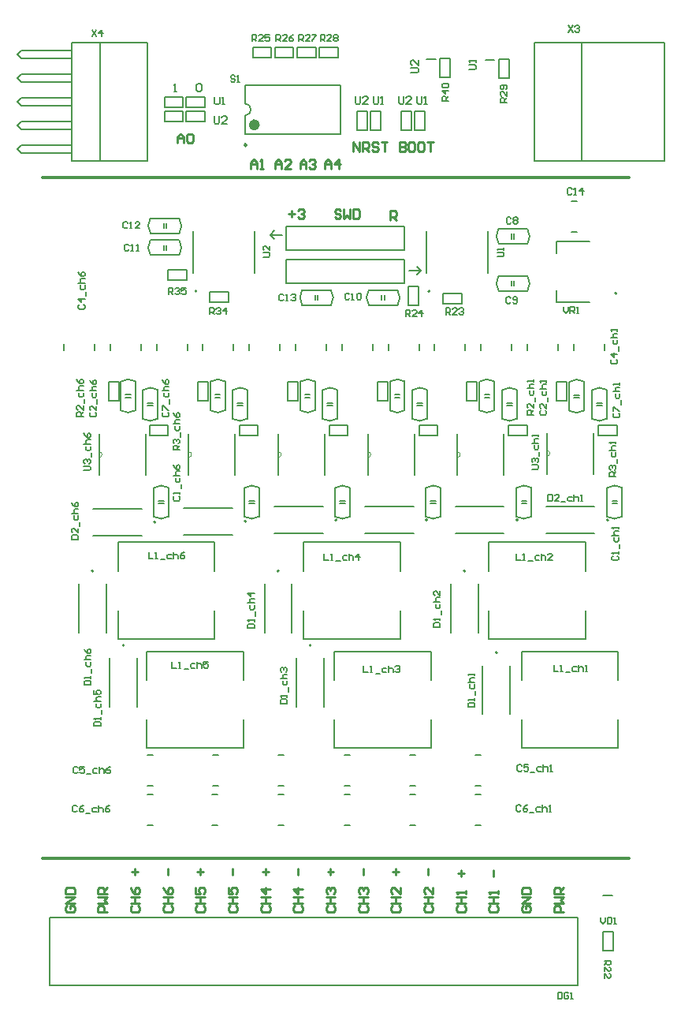
<source format=gto>
G04*
G04 #@! TF.GenerationSoftware,Altium Limited,Altium Designer,20.0.13 (296)*
G04*
G04 Layer_Color=65535*
%FSLAX44Y44*%
%MOMM*%
G71*
G01*
G75*
%ADD10C,0.1500*%
%ADD11C,0.0000*%
%ADD12C,0.2000*%
%ADD13C,0.6000*%
%ADD14C,0.2500*%
%ADD15C,0.1270*%
%ADD16C,0.3000*%
%ADD17C,0.1524*%
%ADD18C,0.2540*%
D10*
X116046Y838012D02*
G03*
X116150Y822100I12168J-7877D01*
G01*
X147155Y821988D02*
G03*
X147050Y837900I-12168J7877D01*
G01*
X279046Y784512D02*
G03*
X279150Y768600I12168J-7877D01*
G01*
X310154Y768487D02*
G03*
X310050Y784400I-12168J7877D01*
G01*
X521204Y783737D02*
G03*
X521100Y799650I-12168J7877D01*
G01*
X490095Y799762D02*
G03*
X490200Y783850I12168J-7877D01*
G01*
X116046Y861513D02*
G03*
X116150Y845600I12168J-7877D01*
G01*
X147155Y845488D02*
G03*
X147050Y861400I-12168J7877D01*
G01*
X135763Y572454D02*
G03*
X119850Y572350I-7877J-12168D01*
G01*
X119738Y541345D02*
G03*
X135650Y541450I7877J12168D01*
G01*
X582012Y686205D02*
G03*
X566100Y686100I-7877J-12168D01*
G01*
X565988Y655095D02*
G03*
X581900Y655200I7877J12168D01*
G01*
X606512Y677455D02*
G03*
X590600Y677350I-7877J-12168D01*
G01*
X590487Y646345D02*
G03*
X606400Y646450I7877J12168D01*
G01*
X622762Y572454D02*
G03*
X606850Y572350I-7877J-12168D01*
G01*
X606737Y541345D02*
G03*
X622650Y541450I7877J12168D01*
G01*
X124012Y677455D02*
G03*
X108100Y677350I-7877J-12168D01*
G01*
X107987Y646345D02*
G03*
X123900Y646450I7877J12168D01*
G01*
X100262Y686454D02*
G03*
X84350Y686350I-7877J-12168D01*
G01*
X84237Y655345D02*
G03*
X100150Y655450I7877J12168D01*
G01*
X381704Y768487D02*
G03*
X381600Y784400I-12168J7877D01*
G01*
X350595Y784512D02*
G03*
X350700Y768600I12168J-7877D01*
G01*
X521204Y834238D02*
G03*
X521100Y850150I-12168J7877D01*
G01*
X490095Y850263D02*
G03*
X490200Y834350I12168J-7877D01*
G01*
X204487Y646345D02*
G03*
X220400Y646450I7877J12168D01*
G01*
X220513Y677455D02*
G03*
X204600Y677350I-7877J-12168D01*
G01*
X300987Y646345D02*
G03*
X316900Y646450I7877J12168D01*
G01*
X317013Y677455D02*
G03*
X301100Y677350I-7877J-12168D01*
G01*
X397487Y646345D02*
G03*
X413400Y646450I7877J12168D01*
G01*
X413512Y677455D02*
G03*
X397600Y677350I-7877J-12168D01*
G01*
X493987Y646345D02*
G03*
X509900Y646450I7877J12168D01*
G01*
X510013Y677455D02*
G03*
X494100Y677350I-7877J-12168D01*
G01*
X180588Y655346D02*
G03*
X196500Y655450I7877J12168D01*
G01*
X196612Y686454D02*
G03*
X180700Y686350I-7877J-12168D01*
G01*
X276938Y655345D02*
G03*
X292850Y655450I7877J12168D01*
G01*
X292962Y686454D02*
G03*
X277050Y686350I-7877J-12168D01*
G01*
X373288Y655346D02*
G03*
X389200Y655450I7877J12168D01*
G01*
X389313Y686454D02*
G03*
X373400Y686350I-7877J-12168D01*
G01*
X469637Y655345D02*
G03*
X485550Y655450I7877J12168D01*
G01*
X485662Y686454D02*
G03*
X469750Y686350I-7877J-12168D01*
G01*
X217138Y541345D02*
G03*
X233050Y541450I7877J12168D01*
G01*
X233162Y572454D02*
G03*
X217250Y572350I-7877J-12168D01*
G01*
X314537Y541345D02*
G03*
X330450Y541450I7877J12168D01*
G01*
X330563Y572454D02*
G03*
X314650Y572350I-7877J-12168D01*
G01*
X411937Y541345D02*
G03*
X427850Y541450I7877J12168D01*
G01*
X427962Y572454D02*
G03*
X412050Y572350I-7877J-12168D01*
G01*
X509337Y541345D02*
G03*
X525250Y541450I7877J12168D01*
G01*
X525363Y572454D02*
G03*
X509450Y572350I-7877J-12168D01*
G01*
X130350Y827300D02*
Y832600D01*
X133150Y827300D02*
Y832600D01*
X116250Y822000D02*
X147000D01*
X116250Y838000D02*
X147000D01*
X293350Y773800D02*
Y779100D01*
X296150Y773800D02*
Y779100D01*
X279250Y768500D02*
X310000D01*
X279250Y784500D02*
X310000D01*
X506900Y789150D02*
Y794450D01*
X504100Y789150D02*
Y794450D01*
X490250Y799750D02*
X521000D01*
X490250Y783750D02*
X521000D01*
X130350Y850800D02*
Y856100D01*
X133150Y850800D02*
Y856100D01*
X116250Y845500D02*
X147000D01*
X116250Y861500D02*
X147000D01*
X125050Y558150D02*
X130350D01*
X125050Y555350D02*
X130350D01*
X119750Y541500D02*
Y572250D01*
X135750Y541500D02*
Y572250D01*
X571300Y671900D02*
X576600D01*
X571300Y669100D02*
X576600D01*
X566000Y655250D02*
Y686000D01*
X582000Y655250D02*
Y686000D01*
X595800Y663150D02*
X601100D01*
X595800Y660350D02*
X601100D01*
X590500Y646500D02*
Y677250D01*
X606500Y646500D02*
Y677250D01*
X612050Y558150D02*
X617350D01*
X612050Y555350D02*
X617350D01*
X606750Y541500D02*
Y572250D01*
X622750Y541500D02*
Y572250D01*
X113300Y663150D02*
X118600D01*
X113300Y660350D02*
X118600D01*
X108000Y646500D02*
Y677250D01*
X124000Y646500D02*
Y677250D01*
X89550Y672150D02*
X94850D01*
X89550Y669350D02*
X94850D01*
X84250Y655500D02*
Y686250D01*
X100250Y655500D02*
Y686250D01*
X367400Y773900D02*
Y779200D01*
X364600Y773900D02*
Y779200D01*
X350750Y784500D02*
X381500D01*
X350750Y768500D02*
X381500D01*
X506900Y839650D02*
Y844950D01*
X504100Y839650D02*
Y844950D01*
X490250Y850250D02*
X521000D01*
X490250Y834250D02*
X521000D01*
X220500Y646500D02*
Y677250D01*
X204500Y646500D02*
Y677250D01*
X209800Y660350D02*
X215100D01*
X209800Y663150D02*
X215100D01*
X317000Y646500D02*
Y677250D01*
X301000Y646500D02*
Y677250D01*
X306300Y660350D02*
X311600D01*
X306300Y663150D02*
X311600D01*
X413500Y646500D02*
Y677250D01*
X397500Y646500D02*
Y677250D01*
X402800Y660350D02*
X408100D01*
X402800Y663150D02*
X408100D01*
X510000Y646500D02*
Y677250D01*
X494000Y646500D02*
Y677250D01*
X499300Y660350D02*
X504600D01*
X499300Y663150D02*
X504600D01*
X196600Y655500D02*
Y686250D01*
X180600Y655500D02*
Y686250D01*
X185900Y669350D02*
X191200D01*
X185900Y672150D02*
X191200D01*
X292950Y655500D02*
Y686250D01*
X276950Y655500D02*
Y686250D01*
X282250Y669350D02*
X287550D01*
X282250Y672150D02*
X287550D01*
X389300Y655500D02*
Y686250D01*
X373300Y655500D02*
Y686250D01*
X378600Y669350D02*
X383900D01*
X378600Y672150D02*
X383900D01*
X485650Y655500D02*
Y686250D01*
X469650Y655500D02*
Y686250D01*
X474950Y669350D02*
X480250D01*
X474950Y672150D02*
X480250D01*
X233150Y541500D02*
Y572250D01*
X217150Y541500D02*
Y572250D01*
X222450Y555350D02*
X227750D01*
X222450Y558150D02*
X227750D01*
X330550Y541500D02*
Y572250D01*
X314550Y541500D02*
Y572250D01*
X319850Y555350D02*
X325150D01*
X319850Y558150D02*
X325150D01*
X427950Y541500D02*
Y572250D01*
X411950Y541500D02*
Y572250D01*
X417250Y555350D02*
X422550D01*
X417250Y558150D02*
X422550D01*
X525350Y541500D02*
Y572250D01*
X509350Y541500D02*
Y572250D01*
X514650Y555350D02*
X519950D01*
X514650Y558150D02*
X519950D01*
D11*
X542166Y606150D02*
G03*
X542166Y612246I0J3048D01*
G01*
X61050Y604900D02*
G03*
X61050Y610996I0J3048D01*
G01*
X157273Y604900D02*
G03*
X157273Y610996I0J3048D01*
G01*
X253496Y604900D02*
G03*
X253496Y610996I0J3048D01*
G01*
X349720Y604900D02*
G03*
X349720Y610996I0J3048D01*
G01*
X445943Y604900D02*
G03*
X445943Y610996I0J3048D01*
G01*
D12*
X608250Y537750D02*
G03*
X608250Y537750I-1000J0D01*
G01*
X121750Y535500D02*
G03*
X121750Y535500I-1000J0D01*
G01*
X166000Y783250D02*
G03*
X166000Y783250I-1000J0D01*
G01*
X617000Y781000D02*
G03*
X617000Y781000I-1000J0D01*
G01*
X416250Y783250D02*
G03*
X416250Y783250I-1000J0D01*
G01*
X217750Y971900D02*
G03*
X217750Y984600I0J6350D01*
G01*
X488750Y395385D02*
G03*
X488750Y395385I-1000J0D01*
G01*
X288750Y403369D02*
G03*
X288750Y403369I-1000J0D01*
G01*
X88000D02*
G03*
X88000Y403369I-1000J0D01*
G01*
X55000Y483131D02*
G03*
X55000Y483131I-1000J0D01*
G01*
X454500D02*
G03*
X454500Y483131I-1000J0D01*
G01*
X254250D02*
G03*
X254250Y483131I-1000J0D01*
G01*
X219050Y536250D02*
G03*
X219050Y536250I-1000J0D01*
G01*
X316350Y537750D02*
G03*
X316350Y537750I-1000J0D01*
G01*
X413650D02*
G03*
X413650Y537750I-1000J0D01*
G01*
X510950D02*
G03*
X510950Y537750I-1000J0D01*
G01*
X394000Y805500D02*
X406750D01*
X402500Y809750D02*
X406750Y805500D01*
X402250Y801000D02*
X406750Y805500D01*
X245000Y843750D02*
X249250Y839500D01*
X245000Y843750D02*
X249500Y848250D01*
X245000Y843750D02*
X257750D01*
X399500Y956500D02*
Y976500D01*
Y956500D02*
X410500D01*
Y976500D01*
X399500D02*
X410500D01*
X385750Y956500D02*
Y976500D01*
Y956500D02*
X396750D01*
Y976500D01*
X385750D02*
X396750D01*
X352500Y956500D02*
Y976500D01*
Y956500D02*
X363500D01*
Y976500D01*
X352500D02*
X363500D01*
X338500Y956500D02*
Y976500D01*
Y956500D02*
X349500D01*
Y976500D01*
X338500D02*
X349500D01*
X597500Y628250D02*
Y639250D01*
X617500D01*
Y628250D02*
Y639250D01*
X597500Y628250D02*
X617500D01*
X404600D02*
Y639250D01*
X424600D01*
Y628250D02*
Y639250D01*
X404600Y628250D02*
X424600D01*
X501050D02*
Y639250D01*
X521050D01*
Y628250D02*
Y639250D01*
X501050Y628250D02*
X521050D01*
X308150D02*
Y639250D01*
X328150D01*
Y628250D02*
Y639250D01*
X308150Y628250D02*
X328150D01*
X211700D02*
Y639250D01*
X231700D01*
Y628250D02*
Y639250D01*
X211700Y628250D02*
X231700D01*
X115250D02*
Y639250D01*
X135250D01*
Y628250D02*
Y639250D01*
X115250Y628250D02*
X135250D01*
X317750Y1033750D02*
Y1044750D01*
X297750Y1033750D02*
X317750D01*
X297750D02*
Y1044750D01*
X317750D01*
X293833Y1033750D02*
Y1044750D01*
X273833Y1033750D02*
X293833D01*
X273833D02*
Y1044750D01*
X293833D01*
X246000Y1033750D02*
Y1044750D01*
X226000Y1033750D02*
X246000D01*
X226000D02*
Y1044750D01*
X246000D01*
X269917Y1033750D02*
Y1044750D01*
X249917Y1033750D02*
X269917D01*
X249917D02*
Y1044750D01*
X269917D01*
X151250Y980750D02*
Y991750D01*
X131250Y980750D02*
X151250D01*
X131250D02*
Y991750D01*
X151250D01*
X174500Y980750D02*
Y991750D01*
X154500Y980750D02*
X174500D01*
X154500D02*
Y991750D01*
X174500D01*
X151250Y965750D02*
Y976750D01*
X131250Y965750D02*
X151250D01*
X131250D02*
Y976750D01*
X151250D01*
X174500Y965750D02*
Y976750D01*
X154500Y965750D02*
X174500D01*
X154500D02*
Y976750D01*
X174500D01*
X-22766Y990434D02*
X31420D01*
X-27000Y986200D02*
X-22766Y981967D01*
X31420D01*
X-27000Y986200D02*
X-22766Y990434D01*
X61900Y922700D02*
Y1049700D01*
X31420Y922700D02*
X61900D01*
X-27000Y960800D02*
X-22766Y965034D01*
X-27000Y935400D02*
X-22766Y939634D01*
X-27000Y935400D02*
X-22766Y931167D01*
Y956567D02*
X31420D01*
X-27000Y960800D02*
X-22766Y956567D01*
Y965034D02*
X31420D01*
X-22766Y939634D02*
X31420D01*
X-22766Y931167D02*
X31420D01*
Y922700D02*
Y1049700D01*
X61900Y922700D02*
X112700D01*
Y1049700D01*
X-27000Y1011600D02*
X-22766Y1015834D01*
Y1007367D02*
X31420D01*
X-27000Y1011600D02*
X-22766Y1007367D01*
Y1015834D02*
X31420D01*
X-27000Y1037000D02*
X-22766Y1041234D01*
Y1032767D02*
X31420D01*
X-27000Y1037000D02*
X-22766Y1032767D01*
Y1041234D02*
X31420D01*
Y1049700D02*
X112700D01*
X552250Y665750D02*
X563250D01*
X552250D02*
Y685750D01*
X563250D01*
Y665750D02*
Y685750D01*
X71000Y665750D02*
X82000D01*
X71000D02*
Y685750D01*
X82000D01*
Y665750D02*
Y685750D01*
X56250Y720250D02*
Y726250D01*
X23250Y720250D02*
Y726250D01*
X603750Y720250D02*
Y726250D01*
X570750Y720250D02*
Y726250D01*
X430750Y770250D02*
Y781250D01*
X450750D01*
Y770250D02*
Y781250D01*
X430750Y770250D02*
X450750D01*
X388500Y827300D02*
Y852700D01*
X261500Y827300D02*
X388500D01*
X261500Y852700D02*
X388500D01*
X261500Y827300D02*
Y852700D01*
X388750Y791800D02*
Y817200D01*
X261750Y791800D02*
X388750D01*
X261750Y817200D02*
X388750D01*
X261750Y791800D02*
Y817200D01*
X179750Y771250D02*
Y782250D01*
X199750D01*
Y771250D02*
Y782250D01*
X179750Y771250D02*
X199750D01*
X155250Y795500D02*
Y806500D01*
X135250Y795500D02*
X155250D01*
X135250D02*
Y806500D01*
X155250D01*
X427250Y1032900D02*
X438250D01*
Y1012900D02*
Y1032900D01*
X427250Y1012900D02*
X438250D01*
X427250D02*
Y1032900D01*
X412652Y1032000D02*
X422652D01*
X490500Y1032400D02*
X501500D01*
Y1012400D02*
Y1032400D01*
X490500Y1012400D02*
X501500D01*
X490500D02*
Y1032400D01*
X475701Y1031500D02*
X485701D01*
X602000Y75750D02*
X613000D01*
X602000D02*
Y95750D01*
X613000D01*
Y75750D02*
Y95750D01*
X602556Y135250D02*
X612556D01*
X568750Y847000D02*
X574750D01*
X568750Y880000D02*
X574750D01*
X393500Y788500D02*
X404500D01*
Y768500D02*
Y788500D01*
X393500Y768500D02*
X404500D01*
X393500D02*
Y788500D01*
X320750Y951750D02*
Y1004750D01*
X217750Y984600D02*
Y1004750D01*
Y951750D02*
Y971900D01*
Y1004750D02*
X320750D01*
X217750Y951750D02*
X320750D01*
X528300Y922700D02*
X579100D01*
X528300Y1049700D02*
X579100D01*
Y922700D02*
Y1049700D01*
X528300Y922700D02*
Y1049700D01*
X579100Y922700D02*
X668000D01*
Y1049700D01*
X579100D02*
X668000D01*
X178250Y665750D02*
Y685750D01*
X167250D02*
X178250D01*
X167250Y665750D02*
Y685750D01*
Y665750D02*
X178250D01*
X274500D02*
Y685750D01*
X263500D02*
X274500D01*
X263500Y665750D02*
Y685750D01*
Y665750D02*
X274500D01*
X370750D02*
Y685750D01*
X359750D02*
X370750D01*
X359750Y665750D02*
Y685750D01*
Y665750D02*
X370750D01*
X467000D02*
Y685750D01*
X456000D02*
X467000D01*
X456000Y665750D02*
Y685750D01*
Y665750D02*
X467000D01*
X465250Y285750D02*
X471250D01*
X465250Y252750D02*
X471250D01*
X465250Y243250D02*
X471250D01*
X465250Y210250D02*
X471250D01*
X112750Y243250D02*
X118750D01*
X112750Y210250D02*
X118750D01*
X112750Y285750D02*
X118750D01*
X112750Y252750D02*
X118750D01*
X182500Y243250D02*
X188500D01*
X182500Y210250D02*
X188500D01*
X183250Y285750D02*
X189250D01*
X183250Y252750D02*
X189250D01*
X253750Y243250D02*
X259750D01*
X253750Y210250D02*
X259750D01*
X253750Y285750D02*
X259750D01*
X253750Y252750D02*
X259750D01*
X324250Y243250D02*
X330250D01*
X324250Y210250D02*
X330250D01*
X324250Y285750D02*
X330250D01*
X324250Y252750D02*
X330250D01*
X394750Y243500D02*
X400750D01*
X394750Y210500D02*
X400750D01*
X394750Y285750D02*
X400750D01*
X394750Y252750D02*
X400750D01*
X471204Y720250D02*
Y726250D01*
X504204Y720250D02*
Y726250D01*
X321886Y720250D02*
Y726250D01*
X354886Y720250D02*
Y726250D01*
X222341Y720250D02*
Y726250D01*
X255341Y720250D02*
Y726250D01*
X122795Y720250D02*
Y726250D01*
X155795Y720250D02*
Y726250D01*
X520977Y720250D02*
Y726250D01*
X553977Y720250D02*
Y726250D01*
X421432Y720250D02*
Y726250D01*
X454432Y720250D02*
Y726250D01*
X371659Y720250D02*
Y726250D01*
X404659Y720250D02*
Y726250D01*
X272114Y720250D02*
Y726250D01*
X305114Y720250D02*
Y726250D01*
X172568Y720250D02*
Y726250D01*
X205568Y720250D02*
Y726250D01*
X73023Y720250D02*
Y726250D01*
X106023Y720250D02*
Y726250D01*
X553586Y30999D02*
Y24001D01*
X557085D01*
X558251Y25167D01*
Y29833D01*
X557085Y30999D01*
X553586D01*
X565249Y29833D02*
X564083Y30999D01*
X561750D01*
X560584Y29833D01*
Y25167D01*
X561750Y24001D01*
X564083D01*
X565249Y25167D01*
Y27500D01*
X562916D01*
X567581Y24001D02*
X569914D01*
X568748D01*
Y30999D01*
X567581Y29833D01*
X458003Y1021000D02*
X464667D01*
X466000Y1022333D01*
Y1024999D01*
X464667Y1026332D01*
X458003D01*
X466000Y1028997D02*
Y1031663D01*
Y1030330D01*
X458003D01*
X459336Y1028997D01*
X395753Y1017750D02*
X402417D01*
X403750Y1019083D01*
Y1021749D01*
X402417Y1023082D01*
X395753D01*
X403750Y1031079D02*
Y1025747D01*
X398418Y1031079D01*
X397085D01*
X395753Y1029746D01*
Y1027080D01*
X397085Y1025747D01*
X402500Y992247D02*
Y985583D01*
X403833Y984250D01*
X406499D01*
X407832Y985583D01*
Y992247D01*
X410497Y984250D02*
X413163D01*
X411830D01*
Y992247D01*
X410497Y990915D01*
X383000Y992247D02*
Y985583D01*
X384333Y984250D01*
X386999D01*
X388332Y985583D01*
Y992247D01*
X396329Y984250D02*
X390997D01*
X396329Y989582D01*
Y990915D01*
X394996Y992247D01*
X392330D01*
X390997Y990915D01*
X336250Y992247D02*
Y985583D01*
X337583Y984250D01*
X340249D01*
X341582Y985583D01*
Y992247D01*
X349579Y984250D02*
X344247D01*
X349579Y989582D01*
Y990915D01*
X348246Y992247D01*
X345580D01*
X344247Y990915D01*
X355750Y992247D02*
Y985583D01*
X357083Y984250D01*
X359749D01*
X361082Y985583D01*
Y992247D01*
X363747Y984250D02*
X366413D01*
X365080D01*
Y992247D01*
X363747Y990915D01*
X184750Y970997D02*
Y964333D01*
X186083Y963000D01*
X188749D01*
X190082Y964333D01*
Y970997D01*
X198079Y963000D02*
X192747D01*
X198079Y968332D01*
Y969665D01*
X196746Y970997D01*
X194080D01*
X192747Y969665D01*
X185250Y991747D02*
Y985083D01*
X186583Y983750D01*
X189249D01*
X190582Y985083D01*
Y991747D01*
X193247Y983750D02*
X195913D01*
X194580D01*
Y991747D01*
X193247Y990415D01*
X165750Y1004415D02*
X167083Y1005747D01*
X169749D01*
X171082Y1004415D01*
Y999083D01*
X169749Y997750D01*
X167083D01*
X165750Y999083D01*
Y1004415D01*
X141500Y997750D02*
X144166D01*
X142833D01*
Y1005747D01*
X141500Y1004415D01*
X53418Y1063749D02*
X58084Y1056751D01*
Y1063749D02*
X53418Y1056751D01*
X63915D02*
Y1063749D01*
X60416Y1060250D01*
X65082D01*
X565168Y1068499D02*
X569834Y1061501D01*
Y1068499D02*
X565168Y1061501D01*
X572166Y1067333D02*
X573333Y1068499D01*
X575665D01*
X576832Y1067333D01*
Y1066166D01*
X575665Y1065000D01*
X574499D01*
X575665D01*
X576832Y1063834D01*
Y1062667D01*
X575665Y1061501D01*
X573333D01*
X572166Y1062667D01*
X237251Y820169D02*
X243083D01*
X244249Y821335D01*
Y823667D01*
X243083Y824834D01*
X237251D01*
X244249Y831832D02*
Y827166D01*
X239584Y831832D01*
X238417D01*
X237251Y830665D01*
Y828333D01*
X238417Y827166D01*
X488751Y820335D02*
X494583D01*
X495749Y821501D01*
Y823834D01*
X494583Y825000D01*
X488751D01*
X495749Y827333D02*
Y829665D01*
Y828499D01*
X488751D01*
X489917Y827333D01*
X44668Y591173D02*
X50499D01*
X51666Y592339D01*
Y594672D01*
X50499Y595838D01*
X44668D01*
X45834Y598171D02*
X44668Y599337D01*
Y601670D01*
X45834Y602836D01*
X47000D01*
X48167Y601670D01*
Y600503D01*
Y601670D01*
X49333Y602836D01*
X50499D01*
X51666Y601670D01*
Y599337D01*
X50499Y598171D01*
X52832Y605168D02*
Y609834D01*
X47000Y616832D02*
Y613333D01*
X48167Y612166D01*
X50499D01*
X51666Y613333D01*
Y616832D01*
X44668Y619164D02*
X51666D01*
X48167D01*
X47000Y620330D01*
Y622663D01*
X48167Y623829D01*
X51666D01*
X44668Y630827D02*
X45834Y628494D01*
X48167Y626162D01*
X50499D01*
X51666Y627328D01*
Y629661D01*
X50499Y630827D01*
X49333D01*
X48167Y629661D01*
Y626162D01*
X525918Y592339D02*
X531749D01*
X532916Y593506D01*
Y595838D01*
X531749Y597005D01*
X525918D01*
X527084Y599337D02*
X525918Y600503D01*
Y602836D01*
X527084Y604002D01*
X528251D01*
X529417Y602836D01*
Y601670D01*
Y602836D01*
X530583Y604002D01*
X531749D01*
X532916Y602836D01*
Y600503D01*
X531749Y599337D01*
X534082Y606335D02*
Y611000D01*
X528251Y617998D02*
Y614499D01*
X529417Y613333D01*
X531749D01*
X532916Y614499D01*
Y617998D01*
X525918Y620330D02*
X532916D01*
X529417D01*
X528251Y621497D01*
Y623829D01*
X529417Y624995D01*
X532916D01*
Y627328D02*
Y629661D01*
Y628494D01*
X525918D01*
X527084Y627328D01*
X207000Y1013833D02*
X205834Y1014999D01*
X203501D01*
X202335Y1013833D01*
Y1012666D01*
X203501Y1011500D01*
X205834D01*
X207000Y1010334D01*
Y1009167D01*
X205834Y1008001D01*
X203501D01*
X202335Y1009167D01*
X209333Y1008001D02*
X211665D01*
X210499D01*
Y1014999D01*
X209333Y1013833D01*
X43916Y648923D02*
X36918D01*
Y652422D01*
X38084Y653588D01*
X40417D01*
X41583Y652422D01*
Y648923D01*
Y651256D02*
X43916Y653588D01*
Y660586D02*
Y655921D01*
X39251Y660586D01*
X38084D01*
X36918Y659420D01*
Y657087D01*
X38084Y655921D01*
X45082Y662919D02*
Y667584D01*
X39251Y674582D02*
Y671083D01*
X40417Y669916D01*
X42749D01*
X43916Y671083D01*
Y674582D01*
X36918Y676914D02*
X43916D01*
X40417D01*
X39251Y678080D01*
Y680413D01*
X40417Y681579D01*
X43916D01*
X36918Y688577D02*
X38084Y686244D01*
X40417Y683912D01*
X42749D01*
X43916Y685078D01*
Y687411D01*
X42749Y688577D01*
X41583D01*
X40417Y687411D01*
Y683912D01*
X527916Y650839D02*
X520918D01*
Y654338D01*
X522084Y655505D01*
X524417D01*
X525583Y654338D01*
Y650839D01*
Y653172D02*
X527916Y655505D01*
Y662502D02*
Y657837D01*
X523251Y662502D01*
X522084D01*
X520918Y661336D01*
Y659003D01*
X522084Y657837D01*
X529082Y664835D02*
Y669500D01*
X523251Y676498D02*
Y672999D01*
X524417Y671833D01*
X526749D01*
X527916Y672999D01*
Y676498D01*
X520918Y678830D02*
X527916D01*
X524417D01*
X523251Y679997D01*
Y682329D01*
X524417Y683495D01*
X527916D01*
Y685828D02*
Y688161D01*
Y686994D01*
X520918D01*
X522084Y685828D01*
X114256Y503332D02*
Y496334D01*
X118921D01*
X121254D02*
X123587D01*
X122420D01*
Y503332D01*
X121254Y502166D01*
X127085Y495168D02*
X131751D01*
X138748Y500999D02*
X135249D01*
X134083Y499833D01*
Y497501D01*
X135249Y496334D01*
X138748D01*
X141081Y503332D02*
Y496334D01*
Y499833D01*
X142247Y500999D01*
X144580D01*
X145746Y499833D01*
Y496334D01*
X152744Y503332D02*
X150411Y502166D01*
X148079Y499833D01*
Y497501D01*
X149245Y496334D01*
X151578D01*
X152744Y497501D01*
Y498667D01*
X151578Y499833D01*
X148079D01*
X139506Y385832D02*
Y378834D01*
X144171D01*
X146504D02*
X148836D01*
X147670D01*
Y385832D01*
X146504Y384666D01*
X152335Y377668D02*
X157001D01*
X163998Y383499D02*
X160499D01*
X159333Y382333D01*
Y380001D01*
X160499Y378834D01*
X163998D01*
X166331Y385832D02*
Y378834D01*
Y382333D01*
X167497Y383499D01*
X169830D01*
X170996Y382333D01*
Y378834D01*
X177994Y385832D02*
X173329D01*
Y382333D01*
X175661Y383499D01*
X176828D01*
X177994Y382333D01*
Y380001D01*
X176828Y378834D01*
X174495D01*
X173329Y380001D01*
X302756Y501832D02*
Y494834D01*
X307421D01*
X309754D02*
X312087D01*
X310920D01*
Y501832D01*
X309754Y500666D01*
X315585Y493668D02*
X320251D01*
X327248Y499500D02*
X323749D01*
X322583Y498333D01*
Y496001D01*
X323749Y494834D01*
X327248D01*
X329581Y501832D02*
Y494834D01*
Y498333D01*
X330747Y499500D01*
X333080D01*
X334246Y498333D01*
Y494834D01*
X340078D02*
Y501832D01*
X336579Y498333D01*
X341244D01*
X345256Y381332D02*
Y374334D01*
X349921D01*
X352254D02*
X354586D01*
X353420D01*
Y381332D01*
X352254Y380166D01*
X358085Y373168D02*
X362751D01*
X369748Y378999D02*
X366250D01*
X365083Y377833D01*
Y375501D01*
X366250Y374334D01*
X369748D01*
X372081Y381332D02*
Y374334D01*
Y377833D01*
X373247Y378999D01*
X375580D01*
X376746Y377833D01*
Y374334D01*
X379079Y380166D02*
X380245Y381332D01*
X382578D01*
X383744Y380166D01*
Y378999D01*
X382578Y377833D01*
X381411D01*
X382578D01*
X383744Y376667D01*
Y375501D01*
X382578Y374334D01*
X380245D01*
X379079Y375501D01*
X509256Y501832D02*
Y494834D01*
X513921D01*
X516254D02*
X518587D01*
X517420D01*
Y501832D01*
X516254Y500666D01*
X522085Y493668D02*
X526751D01*
X533748Y499500D02*
X530249D01*
X529083Y498333D01*
Y496001D01*
X530249Y494834D01*
X533748D01*
X536081Y501832D02*
Y494834D01*
Y498333D01*
X537247Y499500D01*
X539580D01*
X540746Y498333D01*
Y494834D01*
X547744D02*
X543079D01*
X547744Y499500D01*
Y500666D01*
X546577Y501832D01*
X544245D01*
X543079Y500666D01*
X549422Y382332D02*
Y375334D01*
X554088D01*
X556420D02*
X558753D01*
X557587D01*
Y382332D01*
X556420Y381166D01*
X562252Y374168D02*
X566917D01*
X573915Y380000D02*
X570416D01*
X569249Y378833D01*
Y376501D01*
X570416Y375334D01*
X573915D01*
X576247Y382332D02*
Y375334D01*
Y378833D01*
X577413Y380000D01*
X579746D01*
X580912Y378833D01*
Y375334D01*
X583245D02*
X585578D01*
X584411D01*
Y382332D01*
X583245Y381166D01*
X31668Y516923D02*
X38666D01*
Y520422D01*
X37499Y521588D01*
X32834D01*
X31668Y520422D01*
Y516923D01*
X38666Y528586D02*
Y523921D01*
X34000Y528586D01*
X32834D01*
X31668Y527420D01*
Y525087D01*
X32834Y523921D01*
X39832Y530919D02*
Y535584D01*
X34000Y542581D02*
Y539083D01*
X35167Y537916D01*
X37499D01*
X38666Y539083D01*
Y542581D01*
X31668Y544914D02*
X38666D01*
X35167D01*
X34000Y546080D01*
Y548413D01*
X35167Y549579D01*
X38666D01*
X31668Y556577D02*
X32834Y554244D01*
X35167Y551912D01*
X37499D01*
X38666Y553078D01*
Y555411D01*
X37499Y556577D01*
X36333D01*
X35167Y555411D01*
Y551912D01*
X543339Y565082D02*
Y558084D01*
X546838D01*
X548004Y559251D01*
Y563916D01*
X546838Y565082D01*
X543339D01*
X555002Y558084D02*
X550337D01*
X555002Y562749D01*
Y563916D01*
X553836Y565082D01*
X551503D01*
X550337Y563916D01*
X557335Y556918D02*
X562000D01*
X568998Y562749D02*
X565499D01*
X564333Y561583D01*
Y559251D01*
X565499Y558084D01*
X568998D01*
X571330Y565082D02*
Y558084D01*
Y561583D01*
X572497Y562749D01*
X574829D01*
X575995Y561583D01*
Y558084D01*
X578328D02*
X580661D01*
X579494D01*
Y565082D01*
X578328Y563916D01*
X44918Y360756D02*
X51916D01*
Y364255D01*
X50749Y365421D01*
X46084D01*
X44918Y364255D01*
Y360756D01*
X51916Y367754D02*
Y370087D01*
Y368920D01*
X44918D01*
X46084Y367754D01*
X53082Y373585D02*
Y378251D01*
X47251Y385248D02*
Y381749D01*
X48417Y380583D01*
X50749D01*
X51916Y381749D01*
Y385248D01*
X44918Y387581D02*
X51916D01*
X48417D01*
X47251Y388747D01*
Y391080D01*
X48417Y392246D01*
X51916D01*
X44918Y399244D02*
X46084Y396911D01*
X48417Y394579D01*
X50749D01*
X51916Y395745D01*
Y398078D01*
X50749Y399244D01*
X49583D01*
X48417Y398078D01*
Y394579D01*
X55668Y316506D02*
X62666D01*
Y320005D01*
X61499Y321171D01*
X56834D01*
X55668Y320005D01*
Y316506D01*
X62666Y323504D02*
Y325836D01*
Y324670D01*
X55668D01*
X56834Y323504D01*
X63832Y329335D02*
Y334001D01*
X58000Y340998D02*
Y337500D01*
X59167Y336333D01*
X61499D01*
X62666Y337500D01*
Y340998D01*
X55668Y343331D02*
X62666D01*
X59167D01*
X58000Y344497D01*
Y346830D01*
X59167Y347996D01*
X62666D01*
X55668Y354994D02*
Y350329D01*
X59167D01*
X58000Y352661D01*
Y353828D01*
X59167Y354994D01*
X61499D01*
X62666Y353828D01*
Y351495D01*
X61499Y350329D01*
X220668Y421756D02*
X227666D01*
Y425255D01*
X226499Y426421D01*
X221834D01*
X220668Y425255D01*
Y421756D01*
X227666Y428754D02*
Y431087D01*
Y429920D01*
X220668D01*
X221834Y428754D01*
X228832Y434585D02*
Y439251D01*
X223001Y446248D02*
Y442749D01*
X224167Y441583D01*
X226499D01*
X227666Y442749D01*
Y446248D01*
X220668Y448581D02*
X227666D01*
X224167D01*
X223001Y449747D01*
Y452080D01*
X224167Y453246D01*
X227666D01*
Y459077D02*
X220668D01*
X224167Y455579D01*
Y460244D01*
X255918Y340756D02*
X262916D01*
Y344255D01*
X261749Y345421D01*
X257084D01*
X255918Y344255D01*
Y340756D01*
X262916Y347754D02*
Y350087D01*
Y348920D01*
X255918D01*
X257084Y347754D01*
X264082Y353585D02*
Y358251D01*
X258251Y365248D02*
Y361749D01*
X259417Y360583D01*
X261749D01*
X262916Y361749D01*
Y365248D01*
X255918Y367581D02*
X262916D01*
X259417D01*
X258251Y368747D01*
Y371080D01*
X259417Y372246D01*
X262916D01*
X257084Y374579D02*
X255918Y375745D01*
Y378078D01*
X257084Y379244D01*
X258251D01*
X259417Y378078D01*
Y376911D01*
Y378078D01*
X260583Y379244D01*
X261749D01*
X262916Y378078D01*
Y375745D01*
X261749Y374579D01*
X420418Y423006D02*
X427416D01*
Y426505D01*
X426249Y427671D01*
X421584D01*
X420418Y426505D01*
Y423006D01*
X427416Y430004D02*
Y432337D01*
Y431170D01*
X420418D01*
X421584Y430004D01*
X428582Y435835D02*
Y440501D01*
X422751Y447498D02*
Y443999D01*
X423917Y442833D01*
X426249D01*
X427416Y443999D01*
Y447498D01*
X420418Y449831D02*
X427416D01*
X423917D01*
X422751Y450997D01*
Y453330D01*
X423917Y454496D01*
X427416D01*
Y461494D02*
Y456829D01*
X422751Y461494D01*
X421584D01*
X420418Y460327D01*
Y457995D01*
X421584Y456829D01*
X457168Y336922D02*
X464166D01*
Y340421D01*
X462999Y341588D01*
X458334D01*
X457168Y340421D01*
Y336922D01*
X464166Y343920D02*
Y346253D01*
Y345087D01*
X457168D01*
X458334Y343920D01*
X465332Y349752D02*
Y354417D01*
X459501Y361415D02*
Y357916D01*
X460667Y356749D01*
X462999D01*
X464166Y357916D01*
Y361415D01*
X457168Y363747D02*
X464166D01*
X460667D01*
X459501Y364913D01*
Y367246D01*
X460667Y368412D01*
X464166D01*
Y370745D02*
Y373078D01*
Y371911D01*
X457168D01*
X458334Y370745D01*
X129834Y653338D02*
X128668Y652172D01*
Y649839D01*
X129834Y648673D01*
X134499D01*
X135666Y649839D01*
Y652172D01*
X134499Y653338D01*
X128668Y655671D02*
Y660336D01*
X129834D01*
X134499Y655671D01*
X135666D01*
X136832Y662669D02*
Y667334D01*
X131001Y674332D02*
Y670833D01*
X132167Y669666D01*
X134499D01*
X135666Y670833D01*
Y674332D01*
X128668Y676664D02*
X135666D01*
X132167D01*
X131001Y677830D01*
Y680163D01*
X132167Y681329D01*
X135666D01*
X128668Y688327D02*
X129834Y685994D01*
X132167Y683662D01*
X134499D01*
X135666Y684828D01*
Y687161D01*
X134499Y688327D01*
X133333D01*
X132167Y687161D01*
Y683662D01*
X614334Y652254D02*
X613168Y651088D01*
Y648756D01*
X614334Y647589D01*
X618999D01*
X620166Y648756D01*
Y651088D01*
X618999Y652254D01*
X613168Y654587D02*
Y659252D01*
X614334D01*
X618999Y654587D01*
X620166D01*
X621332Y661585D02*
Y666250D01*
X615500Y673248D02*
Y669749D01*
X616667Y668583D01*
X618999D01*
X620166Y669749D01*
Y673248D01*
X613168Y675580D02*
X620166D01*
X616667D01*
X615500Y676747D01*
Y679079D01*
X616667Y680246D01*
X620166D01*
Y682578D02*
Y684911D01*
Y683744D01*
X613168D01*
X614334Y682578D01*
X37338Y230166D02*
X36172Y231332D01*
X33839D01*
X32673Y230166D01*
Y225501D01*
X33839Y224334D01*
X36172D01*
X37338Y225501D01*
X44336Y231332D02*
X42003Y230166D01*
X39671Y227833D01*
Y225501D01*
X40837Y224334D01*
X43170D01*
X44336Y225501D01*
Y226667D01*
X43170Y227833D01*
X39671D01*
X46669Y223168D02*
X51334D01*
X58331Y228999D02*
X54833D01*
X53666Y227833D01*
Y225501D01*
X54833Y224334D01*
X58331D01*
X60664Y231332D02*
Y224334D01*
Y227833D01*
X61830Y228999D01*
X64163D01*
X65329Y227833D01*
Y224334D01*
X72327Y231332D02*
X69994Y230166D01*
X67662Y227833D01*
Y225501D01*
X68828Y224334D01*
X71161D01*
X72327Y225501D01*
Y226667D01*
X71161Y227833D01*
X67662D01*
X514005Y230666D02*
X512838Y231832D01*
X510506D01*
X509339Y230666D01*
Y226001D01*
X510506Y224834D01*
X512838D01*
X514005Y226001D01*
X521002Y231832D02*
X518670Y230666D01*
X516337Y228333D01*
Y226001D01*
X517503Y224834D01*
X519836D01*
X521002Y226001D01*
Y227167D01*
X519836Y228333D01*
X516337D01*
X523335Y223668D02*
X528000D01*
X534998Y229499D02*
X531499D01*
X530333Y228333D01*
Y226001D01*
X531499Y224834D01*
X534998D01*
X537330Y231832D02*
Y224834D01*
Y228333D01*
X538497Y229499D01*
X540829D01*
X541996Y228333D01*
Y224834D01*
X544328D02*
X546661D01*
X545494D01*
Y231832D01*
X544328Y230666D01*
X38088Y271916D02*
X36922Y273082D01*
X34589D01*
X33423Y271916D01*
Y267251D01*
X34589Y266084D01*
X36922D01*
X38088Y267251D01*
X45086Y273082D02*
X40421D01*
Y269583D01*
X42753Y270749D01*
X43920D01*
X45086Y269583D01*
Y267251D01*
X43920Y266084D01*
X41587D01*
X40421Y267251D01*
X47418Y264918D02*
X52084D01*
X59082Y270749D02*
X55583D01*
X54416Y269583D01*
Y267251D01*
X55583Y266084D01*
X59082D01*
X61414Y273082D02*
Y266084D01*
Y269583D01*
X62580Y270749D01*
X64913D01*
X66079Y269583D01*
Y266084D01*
X73077Y273082D02*
X70744Y271916D01*
X68412Y269583D01*
Y267251D01*
X69578Y266084D01*
X71911D01*
X73077Y267251D01*
Y268417D01*
X71911Y269583D01*
X68412D01*
X515005Y273916D02*
X513838Y275082D01*
X511506D01*
X510339Y273916D01*
Y269251D01*
X511506Y268084D01*
X513838D01*
X515005Y269251D01*
X522002Y275082D02*
X517337D01*
Y271583D01*
X519670Y272749D01*
X520836D01*
X522002Y271583D01*
Y269251D01*
X520836Y268084D01*
X518503D01*
X517337Y269251D01*
X524335Y266918D02*
X529000D01*
X535998Y272749D02*
X532499D01*
X531333Y271583D01*
Y269251D01*
X532499Y268084D01*
X535998D01*
X538330Y275082D02*
Y268084D01*
Y271583D01*
X539497Y272749D01*
X541829D01*
X542995Y271583D01*
Y268084D01*
X545328D02*
X547661D01*
X546494D01*
Y275082D01*
X545328Y273916D01*
X52084Y653088D02*
X50918Y651922D01*
Y649589D01*
X52084Y648423D01*
X56749D01*
X57916Y649589D01*
Y651922D01*
X56749Y653088D01*
X57916Y660086D02*
Y655421D01*
X53250Y660086D01*
X52084D01*
X50918Y658920D01*
Y656587D01*
X52084Y655421D01*
X59082Y662419D02*
Y667084D01*
X53250Y674081D02*
Y670583D01*
X54417Y669416D01*
X56749D01*
X57916Y670583D01*
Y674081D01*
X50918Y676414D02*
X57916D01*
X54417D01*
X53250Y677580D01*
Y679913D01*
X54417Y681079D01*
X57916D01*
X50918Y688077D02*
X52084Y685744D01*
X54417Y683412D01*
X56749D01*
X57916Y684578D01*
Y686911D01*
X56749Y688077D01*
X55583D01*
X54417Y686911D01*
Y683412D01*
X535584Y655255D02*
X534418Y654088D01*
Y651756D01*
X535584Y650589D01*
X540249D01*
X541416Y651756D01*
Y654088D01*
X540249Y655255D01*
X541416Y662252D02*
Y657587D01*
X536750Y662252D01*
X535584D01*
X534418Y661086D01*
Y658753D01*
X535584Y657587D01*
X542582Y664585D02*
Y669250D01*
X536750Y676248D02*
Y672749D01*
X537917Y671583D01*
X540249D01*
X541416Y672749D01*
Y676248D01*
X534418Y678580D02*
X541416D01*
X537917D01*
X536750Y679747D01*
Y682079D01*
X537917Y683245D01*
X541416D01*
Y685578D02*
Y687911D01*
Y686744D01*
X534418D01*
X535584Y685578D01*
X142084Y563171D02*
X140918Y562005D01*
Y559673D01*
X142084Y558506D01*
X146749D01*
X147916Y559673D01*
Y562005D01*
X146749Y563171D01*
X147916Y565504D02*
Y567836D01*
Y566670D01*
X140918D01*
X142084Y565504D01*
X149082Y571335D02*
Y576001D01*
X143251Y582998D02*
Y579500D01*
X144417Y578333D01*
X146749D01*
X147916Y579500D01*
Y582998D01*
X140918Y585331D02*
X147916D01*
X144417D01*
X143251Y586497D01*
Y588830D01*
X144417Y589996D01*
X147916D01*
X140918Y596994D02*
X142084Y594661D01*
X144417Y592329D01*
X146749D01*
X147916Y593495D01*
Y595827D01*
X146749Y596994D01*
X145583D01*
X144417Y595827D01*
Y592329D01*
X613084Y499088D02*
X611918Y497921D01*
Y495589D01*
X613084Y494422D01*
X617749D01*
X618916Y495589D01*
Y497921D01*
X617749Y499088D01*
X618916Y501420D02*
Y503753D01*
Y502587D01*
X611918D01*
X613084Y501420D01*
X620082Y507252D02*
Y511917D01*
X614251Y518915D02*
Y515416D01*
X615417Y514249D01*
X617749D01*
X618916Y515416D01*
Y518915D01*
X611918Y521247D02*
X618916D01*
X615417D01*
X614251Y522413D01*
Y524746D01*
X615417Y525912D01*
X618916D01*
Y528245D02*
Y530578D01*
Y529411D01*
X611918D01*
X613084Y528245D01*
X436499Y987670D02*
X429501D01*
Y991169D01*
X430667Y992335D01*
X433000D01*
X434166Y991169D01*
Y987670D01*
Y990002D02*
X436499Y992335D01*
Y998166D02*
X429501D01*
X433000Y994667D01*
Y999333D01*
X430667Y1001665D02*
X429501Y1002831D01*
Y1005164D01*
X430667Y1006330D01*
X435333D01*
X436499Y1005164D01*
Y1002831D01*
X435333Y1001665D01*
X430667D01*
X498999Y985920D02*
X492001D01*
Y989418D01*
X493167Y990585D01*
X495500D01*
X496666Y989418D01*
Y985920D01*
Y988252D02*
X498999Y990585D01*
Y997583D02*
Y992917D01*
X494334Y997583D01*
X493167D01*
X492001Y996416D01*
Y994084D01*
X493167Y992917D01*
X497833Y999915D02*
X498999Y1001081D01*
Y1003414D01*
X497833Y1004580D01*
X493167D01*
X492001Y1003414D01*
Y1001081D01*
X493167Y999915D01*
X494334D01*
X495500Y1001081D01*
Y1004580D01*
X560086Y766749D02*
Y762084D01*
X562419Y759751D01*
X564751Y762084D01*
Y766749D01*
X567084Y759751D02*
Y766749D01*
X570583D01*
X571749Y765583D01*
Y763250D01*
X570583Y762084D01*
X567084D01*
X569416D02*
X571749Y759751D01*
X574081D02*
X576414D01*
X575248D01*
Y766749D01*
X574081Y765583D01*
X179920Y758501D02*
Y765499D01*
X183419D01*
X184585Y764333D01*
Y762000D01*
X183419Y760834D01*
X179920D01*
X182252D02*
X184585Y758501D01*
X186917Y764333D02*
X188084Y765499D01*
X190416D01*
X191583Y764333D01*
Y763166D01*
X190416Y762000D01*
X189250D01*
X190416D01*
X191583Y760834D01*
Y759667D01*
X190416Y758501D01*
X188084D01*
X186917Y759667D01*
X197414Y758501D02*
Y765499D01*
X193915Y762000D01*
X198580D01*
X135670Y780001D02*
Y786999D01*
X139169D01*
X140335Y785833D01*
Y783500D01*
X139169Y782334D01*
X135670D01*
X138002D02*
X140335Y780001D01*
X142667Y785833D02*
X143834Y786999D01*
X146166D01*
X147333Y785833D01*
Y784666D01*
X146166Y783500D01*
X145000D01*
X146166D01*
X147333Y782334D01*
Y781167D01*
X146166Y780001D01*
X143834D01*
X142667Y781167D01*
X154330Y786999D02*
X149665D01*
Y783500D01*
X151998Y784666D01*
X153164D01*
X154330Y783500D01*
Y781167D01*
X153164Y780001D01*
X150831D01*
X149665Y781167D01*
X298920Y1051501D02*
Y1058499D01*
X302418D01*
X303585Y1057333D01*
Y1055000D01*
X302418Y1053834D01*
X298920D01*
X301252D02*
X303585Y1051501D01*
X310583D02*
X305917D01*
X310583Y1056166D01*
Y1057333D01*
X309416Y1058499D01*
X307084D01*
X305917Y1057333D01*
X312915D02*
X314081Y1058499D01*
X316414D01*
X317580Y1057333D01*
Y1056166D01*
X316414Y1055000D01*
X317580Y1053834D01*
Y1052667D01*
X316414Y1051501D01*
X314081D01*
X312915Y1052667D01*
Y1053834D01*
X314081Y1055000D01*
X312915Y1056166D01*
Y1057333D01*
X314081Y1055000D02*
X316414D01*
X275670Y1051501D02*
Y1058499D01*
X279168D01*
X280335Y1057333D01*
Y1055000D01*
X279168Y1053834D01*
X275670D01*
X278002D02*
X280335Y1051501D01*
X287333D02*
X282667D01*
X287333Y1056166D01*
Y1057333D01*
X286166Y1058499D01*
X283834D01*
X282667Y1057333D01*
X289665Y1058499D02*
X294330D01*
Y1057333D01*
X289665Y1052667D01*
Y1051501D01*
X225420D02*
Y1058499D01*
X228918D01*
X230085Y1057333D01*
Y1055000D01*
X228918Y1053834D01*
X225420D01*
X227752D02*
X230085Y1051501D01*
X237083D02*
X232417D01*
X237083Y1056166D01*
Y1057333D01*
X235916Y1058499D01*
X233584D01*
X232417Y1057333D01*
X244080Y1058499D02*
X239415D01*
Y1055000D01*
X241748Y1056166D01*
X242914D01*
X244080Y1055000D01*
Y1052667D01*
X242914Y1051501D01*
X240581D01*
X239415Y1052667D01*
X251170Y1051501D02*
Y1058499D01*
X254669D01*
X255835Y1057333D01*
Y1055000D01*
X254669Y1053834D01*
X251170D01*
X253502D02*
X255835Y1051501D01*
X262833D02*
X258167D01*
X262833Y1056166D01*
Y1057333D01*
X261666Y1058499D01*
X259334D01*
X258167Y1057333D01*
X269830Y1058499D02*
X267498Y1057333D01*
X265165Y1055000D01*
Y1052667D01*
X266331Y1051501D01*
X268664D01*
X269830Y1052667D01*
Y1053834D01*
X268664Y1055000D01*
X265165D01*
X568918Y892833D02*
X567752Y893999D01*
X565419D01*
X564253Y892833D01*
Y888167D01*
X565419Y887001D01*
X567752D01*
X568918Y888167D01*
X571251Y887001D02*
X573583D01*
X572417D01*
Y893999D01*
X571251Y892833D01*
X580581Y887001D02*
Y893999D01*
X577082Y890500D01*
X581747D01*
X91668Y856583D02*
X90502Y857749D01*
X88169D01*
X87003Y856583D01*
Y851917D01*
X88169Y850751D01*
X90502D01*
X91668Y851917D01*
X94001Y850751D02*
X96333D01*
X95167D01*
Y857749D01*
X94001Y856583D01*
X104497Y850751D02*
X99832D01*
X104497Y855416D01*
Y856583D01*
X103331Y857749D01*
X100998D01*
X99832Y856583D01*
X329668Y780083D02*
X328502Y781249D01*
X326169D01*
X325003Y780083D01*
Y775417D01*
X326169Y774251D01*
X328502D01*
X329668Y775417D01*
X332001Y774251D02*
X334333D01*
X333167D01*
Y781249D01*
X332001Y780083D01*
X337832D02*
X338998Y781249D01*
X341331D01*
X342497Y780083D01*
Y775417D01*
X341331Y774251D01*
X338998D01*
X337832Y775417D01*
Y780083D01*
X93084Y832583D02*
X91918Y833749D01*
X89585D01*
X88419Y832583D01*
Y827917D01*
X89585Y826751D01*
X91918D01*
X93084Y827917D01*
X95417Y826751D02*
X97750D01*
X96583D01*
Y833749D01*
X95417Y832583D01*
X101248Y826751D02*
X103581D01*
X102415D01*
Y833749D01*
X101248Y832583D01*
X259168Y779083D02*
X258002Y780249D01*
X255669D01*
X254503Y779083D01*
Y774417D01*
X255669Y773251D01*
X258002D01*
X259168Y774417D01*
X261501Y773251D02*
X263833D01*
X262667D01*
Y780249D01*
X261501Y779083D01*
X267332D02*
X268498Y780249D01*
X270831D01*
X271997Y779083D01*
Y777916D01*
X270831Y776750D01*
X269665D01*
X270831D01*
X271997Y775584D01*
Y774417D01*
X270831Y773251D01*
X268498D01*
X267332Y774417D01*
X600086Y111499D02*
Y106834D01*
X602419Y104501D01*
X604751Y106834D01*
Y111499D01*
X607084D02*
Y104501D01*
X610583D01*
X611749Y105667D01*
Y110333D01*
X610583Y111499D01*
X607084D01*
X614081Y104501D02*
X616414D01*
X615248D01*
Y111499D01*
X614081Y110333D01*
X433670Y758251D02*
Y765249D01*
X437169D01*
X438335Y764083D01*
Y761750D01*
X437169Y760584D01*
X433670D01*
X436002D02*
X438335Y758251D01*
X445333D02*
X440667D01*
X445333Y762916D01*
Y764083D01*
X444166Y765249D01*
X441834D01*
X440667Y764083D01*
X447665D02*
X448831Y765249D01*
X451164D01*
X452330Y764083D01*
Y762916D01*
X451164Y761750D01*
X449998D01*
X451164D01*
X452330Y760584D01*
Y759417D01*
X451164Y758251D01*
X448831D01*
X447665Y759417D01*
X390420Y756251D02*
Y763249D01*
X393918D01*
X395085Y762083D01*
Y759750D01*
X393918Y758584D01*
X390420D01*
X392752D02*
X395085Y756251D01*
X402083D02*
X397417D01*
X402083Y760916D01*
Y762083D01*
X400916Y763249D01*
X398584D01*
X397417Y762083D01*
X407914Y756251D02*
Y763249D01*
X404415Y759750D01*
X409080D01*
X603599Y64980D02*
X610597D01*
Y61481D01*
X609431Y60315D01*
X607098D01*
X605932Y61481D01*
Y64980D01*
Y62648D02*
X603599Y60315D01*
Y53317D02*
Y57983D01*
X608264Y53317D01*
X609431D01*
X610597Y54484D01*
Y56816D01*
X609431Y57983D01*
X603599Y46320D02*
Y50985D01*
X608264Y46320D01*
X609431D01*
X610597Y47486D01*
Y49819D01*
X609431Y50985D01*
X616166Y584589D02*
X609168D01*
Y588088D01*
X610334Y589254D01*
X612667D01*
X613833Y588088D01*
Y584589D01*
Y586922D02*
X616166Y589254D01*
X610334Y591587D02*
X609168Y592753D01*
Y595086D01*
X610334Y596252D01*
X611501D01*
X612667Y595086D01*
Y593920D01*
Y595086D01*
X613833Y596252D01*
X614999D01*
X616166Y595086D01*
Y592753D01*
X614999Y591587D01*
X617332Y598585D02*
Y603250D01*
X611501Y610248D02*
Y606749D01*
X612667Y605583D01*
X614999D01*
X616166Y606749D01*
Y610248D01*
X609168Y612580D02*
X616166D01*
X612667D01*
X611501Y613747D01*
Y616079D01*
X612667Y617245D01*
X616166D01*
Y619578D02*
Y621911D01*
Y620744D01*
X609168D01*
X610334Y619578D01*
X147416Y612923D02*
X140418D01*
Y616422D01*
X141584Y617588D01*
X143917D01*
X145083Y616422D01*
Y612923D01*
Y615256D02*
X147416Y617588D01*
X141584Y619921D02*
X140418Y621087D01*
Y623420D01*
X141584Y624586D01*
X142751D01*
X143917Y623420D01*
Y622253D01*
Y623420D01*
X145083Y624586D01*
X146249D01*
X147416Y623420D01*
Y621087D01*
X146249Y619921D01*
X148582Y626919D02*
Y631584D01*
X142751Y638582D02*
Y635083D01*
X143917Y633916D01*
X146249D01*
X147416Y635083D01*
Y638582D01*
X140418Y640914D02*
X147416D01*
X143917D01*
X142751Y642080D01*
Y644413D01*
X143917Y645579D01*
X147416D01*
X140418Y652577D02*
X141584Y650244D01*
X143917Y647912D01*
X146249D01*
X147416Y649078D01*
Y651411D01*
X146249Y652577D01*
X145083D01*
X143917Y651411D01*
Y647912D01*
X503084Y776083D02*
X501917Y777249D01*
X499585D01*
X498419Y776083D01*
Y771417D01*
X499585Y770251D01*
X501917D01*
X503084Y771417D01*
X505416D02*
X506583Y770251D01*
X508915D01*
X510081Y771417D01*
Y776083D01*
X508915Y777249D01*
X506583D01*
X505416Y776083D01*
Y774916D01*
X506583Y773750D01*
X510081D01*
X503584Y861583D02*
X502417Y862749D01*
X500085D01*
X498919Y861583D01*
Y856917D01*
X500085Y855751D01*
X502417D01*
X503584Y856917D01*
X505916Y861583D02*
X507083Y862749D01*
X509415D01*
X510582Y861583D01*
Y860416D01*
X509415Y859250D01*
X510582Y858084D01*
Y856917D01*
X509415Y855751D01*
X507083D01*
X505916Y856917D01*
Y858084D01*
X507083Y859250D01*
X505916Y860416D01*
Y861583D01*
X507083Y859250D02*
X509415D01*
X611834Y710005D02*
X610668Y708838D01*
Y706506D01*
X611834Y705339D01*
X616499D01*
X617666Y706506D01*
Y708838D01*
X616499Y710005D01*
X617666Y715836D02*
X610668D01*
X614167Y712337D01*
Y717002D01*
X618832Y719335D02*
Y724000D01*
X613000Y730998D02*
Y727499D01*
X614167Y726333D01*
X616499D01*
X617666Y727499D01*
Y730998D01*
X610668Y733330D02*
X617666D01*
X614167D01*
X613000Y734497D01*
Y736829D01*
X614167Y737996D01*
X617666D01*
Y740328D02*
Y742661D01*
Y741494D01*
X610668D01*
X611834Y740328D01*
X39834Y768838D02*
X38668Y767672D01*
Y765339D01*
X39834Y764173D01*
X44499D01*
X45666Y765339D01*
Y767672D01*
X44499Y768838D01*
X45666Y774670D02*
X38668D01*
X42167Y771171D01*
Y775836D01*
X46832Y778168D02*
Y782834D01*
X41001Y789831D02*
Y786333D01*
X42167Y785166D01*
X44499D01*
X45666Y786333D01*
Y789831D01*
X38668Y792164D02*
X45666D01*
X42167D01*
X41001Y793330D01*
Y795663D01*
X42167Y796829D01*
X45666D01*
X38668Y803827D02*
X39834Y801494D01*
X42167Y799162D01*
X44499D01*
X45666Y800328D01*
Y802661D01*
X44499Y803827D01*
X43333D01*
X42167Y802661D01*
Y799162D01*
D13*
X230750Y961750D02*
G03*
X230750Y961750I-3000J0D01*
G01*
D14*
X219400Y940150D02*
G03*
X219400Y940150I-1250J0D01*
G01*
D15*
X7750Y38340D02*
Y111300D01*
X575350D01*
Y38340D02*
Y111300D01*
X7750Y38340D02*
X575350Y38340D01*
X541250Y552350D02*
X593250D01*
X541250Y523150D02*
X593250D01*
X54750Y550100D02*
X106750D01*
X54750Y520900D02*
X106750D01*
X228000Y802750D02*
Y847750D01*
X162000Y802750D02*
Y847750D01*
X552500Y836500D02*
X587500D01*
X552500Y824100D02*
Y836500D01*
Y771500D02*
X587500D01*
X552500D02*
Y783900D01*
X478250Y802750D02*
Y847750D01*
X412250Y802750D02*
Y847750D01*
X502350Y329385D02*
Y381385D01*
X473150Y329385D02*
Y381385D01*
X302350Y337369D02*
Y389369D01*
X273150Y337369D02*
Y389369D01*
X101600Y337369D02*
Y389369D01*
X72400Y337369D02*
Y389369D01*
X112250Y292750D02*
X216250D01*
X112250Y396750D02*
X216250D01*
X112250Y292750D02*
Y323550D01*
Y365950D02*
Y396750D01*
X216250Y292750D02*
Y323550D01*
Y365950D02*
Y396750D01*
X81250Y409750D02*
X185250D01*
X81250Y513750D02*
X185250D01*
X81250Y409750D02*
Y440550D01*
Y482950D02*
Y513750D01*
X185250Y409750D02*
Y440550D01*
Y482950D02*
Y513750D01*
X68600Y417131D02*
Y469131D01*
X39400Y417131D02*
Y469131D01*
X468100Y417131D02*
Y469131D01*
X438900Y417131D02*
Y469131D01*
X267850Y417131D02*
Y469131D01*
X238650Y417131D02*
Y469131D01*
X280500Y409750D02*
X384500D01*
X280500Y513750D02*
X384500D01*
X280500Y409750D02*
Y440550D01*
Y482950D02*
Y513750D01*
X384500Y409750D02*
Y440550D01*
Y482950D02*
Y513750D01*
X479750Y409750D02*
X583750D01*
X479750Y513750D02*
X583750D01*
X479750Y409750D02*
Y440550D01*
Y482950D02*
Y513750D01*
X583750Y409750D02*
Y440550D01*
Y482950D02*
Y513750D01*
X514750Y292750D02*
X618750D01*
X514750Y396750D02*
X618750D01*
X514750Y292750D02*
Y323550D01*
Y365950D02*
Y396750D01*
X618750Y292750D02*
Y323550D01*
Y365950D02*
Y396750D01*
X313500Y292750D02*
X417500D01*
X313500Y396750D02*
X417500D01*
X313500Y292750D02*
Y323550D01*
Y365950D02*
Y396750D01*
X417500Y292750D02*
Y323550D01*
Y365950D02*
Y396750D01*
X152050Y521650D02*
X204050D01*
X152050Y550850D02*
X204050D01*
X249350Y523150D02*
X301350D01*
X249350Y552350D02*
X301350D01*
X346650Y523150D02*
X398650D01*
X346650Y552350D02*
X398650D01*
X443950Y523150D02*
X495950D01*
X443950Y552350D02*
X495950D01*
D16*
X0Y905000D02*
X630000D01*
X0Y175000D02*
X630000D01*
D17*
X542166Y587100D02*
Y606150D01*
Y612246D01*
Y631296D01*
X591950Y587100D02*
Y631296D01*
X61050Y585850D02*
Y604900D01*
Y610996D01*
Y630046D01*
X110834Y585850D02*
Y630046D01*
X207057Y585850D02*
Y630046D01*
X157273Y610996D02*
Y630046D01*
Y604900D02*
Y610996D01*
Y585850D02*
Y604900D01*
X303280Y585850D02*
Y630046D01*
X253496Y610996D02*
Y630046D01*
Y604900D02*
Y610996D01*
Y585850D02*
Y604900D01*
X399504Y585850D02*
Y630046D01*
X349720Y610996D02*
Y630046D01*
Y604900D02*
Y610996D01*
Y585850D02*
Y604900D01*
X495727Y585850D02*
Y630046D01*
X445943Y610996D02*
Y630046D01*
Y604900D02*
Y610996D01*
Y585850D02*
Y604900D01*
D18*
X69710Y116790D02*
X59713D01*
Y121788D01*
X61379Y123455D01*
X64712D01*
X66378Y121788D01*
Y116790D01*
X59713Y126787D02*
X69710D01*
X66378Y130119D01*
X69710Y133451D01*
X59713D01*
X69710Y136784D02*
X59713D01*
Y141782D01*
X61379Y143448D01*
X64712D01*
X66378Y141782D01*
Y136784D01*
Y140116D02*
X69710Y143448D01*
X96379Y123455D02*
X94713Y121788D01*
Y118456D01*
X96379Y116790D01*
X103044D01*
X104710Y118456D01*
Y121788D01*
X103044Y123455D01*
X94713Y126787D02*
X104710D01*
X99712D01*
Y133451D01*
X94713D01*
X104710D01*
X94713Y143448D02*
X96379Y140116D01*
X99712Y136784D01*
X103044D01*
X104710Y138450D01*
Y141782D01*
X103044Y143448D01*
X101378D01*
X99712Y141782D01*
Y136784D01*
Y156777D02*
Y163442D01*
X96379Y160109D02*
X103044D01*
X26379Y123455D02*
X24713Y121788D01*
Y118456D01*
X26379Y116790D01*
X33044D01*
X34710Y118456D01*
Y121788D01*
X33044Y123455D01*
X29712D01*
Y120122D01*
X34710Y126787D02*
X24713D01*
X34710Y133451D01*
X24713D01*
Y136784D02*
X34710D01*
Y141782D01*
X33044Y143448D01*
X26379D01*
X24713Y141782D01*
Y136784D01*
X559710Y116790D02*
X549713D01*
Y121788D01*
X551379Y123455D01*
X554712D01*
X556378Y121788D01*
Y116790D01*
X549713Y126787D02*
X559710D01*
X556378Y130119D01*
X559710Y133451D01*
X549713D01*
X559710Y136784D02*
X549713D01*
Y141782D01*
X551379Y143448D01*
X554712D01*
X556378Y141782D01*
Y136784D01*
Y140116D02*
X559710Y143448D01*
X516379Y123455D02*
X514713Y121788D01*
Y118456D01*
X516379Y116790D01*
X523044D01*
X524710Y118456D01*
Y121788D01*
X523044Y123455D01*
X519712D01*
Y120122D01*
X524710Y126787D02*
X514713D01*
X524710Y133451D01*
X514713D01*
Y136784D02*
X524710D01*
Y141782D01*
X523044Y143448D01*
X516379D01*
X514713Y141782D01*
Y136784D01*
X481379Y123455D02*
X479713Y121788D01*
Y118456D01*
X481379Y116790D01*
X488044D01*
X489710Y118456D01*
Y121788D01*
X488044Y123455D01*
X479713Y126787D02*
X489710D01*
X484712D01*
Y133451D01*
X479713D01*
X489710D01*
Y136784D02*
Y140116D01*
Y138450D01*
X479713D01*
X481379Y136784D01*
X484712Y155111D02*
Y161775D01*
X446379Y123455D02*
X444713Y121788D01*
Y118456D01*
X446379Y116790D01*
X453044D01*
X454710Y118456D01*
Y121788D01*
X453044Y123455D01*
X444713Y126787D02*
X454710D01*
X449712D01*
Y133451D01*
X444713D01*
X454710D01*
Y136784D02*
Y140116D01*
Y138450D01*
X444713D01*
X446379Y136784D01*
X449712Y155111D02*
Y161775D01*
X446379Y158443D02*
X453044D01*
X411379Y123455D02*
X409713Y121788D01*
Y118456D01*
X411379Y116790D01*
X418044D01*
X419710Y118456D01*
Y121788D01*
X418044Y123455D01*
X409713Y126787D02*
X419710D01*
X414712D01*
Y133451D01*
X409713D01*
X419710D01*
Y143448D02*
Y136784D01*
X413046Y143448D01*
X411379D01*
X409713Y141782D01*
Y138450D01*
X411379Y136784D01*
X414712Y156777D02*
Y163442D01*
X376379Y123455D02*
X374713Y121788D01*
Y118456D01*
X376379Y116790D01*
X383044D01*
X384710Y118456D01*
Y121788D01*
X383044Y123455D01*
X374713Y126787D02*
X384710D01*
X379712D01*
Y133451D01*
X374713D01*
X384710D01*
Y143448D02*
Y136784D01*
X378046Y143448D01*
X376379D01*
X374713Y141782D01*
Y138450D01*
X376379Y136784D01*
X379712Y156777D02*
Y163442D01*
X376379Y160109D02*
X383044D01*
X341379Y123455D02*
X339713Y121788D01*
Y118456D01*
X341379Y116790D01*
X348044D01*
X349710Y118456D01*
Y121788D01*
X348044Y123455D01*
X339713Y126787D02*
X349710D01*
X344712D01*
Y133451D01*
X339713D01*
X349710D01*
X341379Y136784D02*
X339713Y138450D01*
Y141782D01*
X341379Y143448D01*
X343046D01*
X344712Y141782D01*
Y140116D01*
Y141782D01*
X346378Y143448D01*
X348044D01*
X349710Y141782D01*
Y138450D01*
X348044Y136784D01*
X344712Y156777D02*
Y163442D01*
X306379Y123455D02*
X304713Y121788D01*
Y118456D01*
X306379Y116790D01*
X313044D01*
X314710Y118456D01*
Y121788D01*
X313044Y123455D01*
X304713Y126787D02*
X314710D01*
X309712D01*
Y133451D01*
X304713D01*
X314710D01*
X306379Y136784D02*
X304713Y138450D01*
Y141782D01*
X306379Y143448D01*
X308046D01*
X309712Y141782D01*
Y140116D01*
Y141782D01*
X311378Y143448D01*
X313044D01*
X314710Y141782D01*
Y138450D01*
X313044Y136784D01*
X309712Y156777D02*
Y163442D01*
X306379Y160109D02*
X313044D01*
X271379Y123455D02*
X269713Y121788D01*
Y118456D01*
X271379Y116790D01*
X278044D01*
X279710Y118456D01*
Y121788D01*
X278044Y123455D01*
X269713Y126787D02*
X279710D01*
X274712D01*
Y133451D01*
X269713D01*
X279710D01*
Y141782D02*
X269713D01*
X274712Y136784D01*
Y143448D01*
Y156777D02*
Y163442D01*
X236379Y123455D02*
X234713Y121788D01*
Y118456D01*
X236379Y116790D01*
X243044D01*
X244710Y118456D01*
Y121788D01*
X243044Y123455D01*
X234713Y126787D02*
X244710D01*
X239712D01*
Y133451D01*
X234713D01*
X244710D01*
Y141782D02*
X234713D01*
X239712Y136784D01*
Y143448D01*
Y156777D02*
Y163442D01*
X236379Y160109D02*
X243044D01*
X201379Y123455D02*
X199713Y121788D01*
Y118456D01*
X201379Y116790D01*
X208044D01*
X209710Y118456D01*
Y121788D01*
X208044Y123455D01*
X199713Y126787D02*
X209710D01*
X204712D01*
Y133451D01*
X199713D01*
X209710D01*
X199713Y143448D02*
Y136784D01*
X204712D01*
X203046Y140116D01*
Y141782D01*
X204712Y143448D01*
X208044D01*
X209710Y141782D01*
Y138450D01*
X208044Y136784D01*
X204712Y156777D02*
Y163442D01*
X166379Y123455D02*
X164713Y121788D01*
Y118456D01*
X166379Y116790D01*
X173044D01*
X174710Y118456D01*
Y121788D01*
X173044Y123455D01*
X164713Y126787D02*
X174710D01*
X169712D01*
Y133451D01*
X164713D01*
X174710D01*
X164713Y143448D02*
Y136784D01*
X169712D01*
X168046Y140116D01*
Y141782D01*
X169712Y143448D01*
X173044D01*
X174710Y141782D01*
Y138450D01*
X173044Y136784D01*
X169712Y156777D02*
Y163442D01*
X166379Y160109D02*
X173044D01*
X131379Y123455D02*
X129713Y121788D01*
Y118456D01*
X131379Y116790D01*
X138044D01*
X139710Y118456D01*
Y121788D01*
X138044Y123455D01*
X129713Y126787D02*
X139710D01*
X134712D01*
Y133451D01*
X129713D01*
X139710D01*
X129713Y143448D02*
X131379Y140116D01*
X134712Y136784D01*
X138044D01*
X139710Y138450D01*
Y141782D01*
X138044Y143448D01*
X136378D01*
X134712Y141782D01*
Y136784D01*
Y156777D02*
Y163442D01*
X320704Y869371D02*
X319038Y871037D01*
X315706D01*
X314040Y869371D01*
Y867704D01*
X315706Y866038D01*
X319038D01*
X320704Y864372D01*
Y862706D01*
X319038Y861040D01*
X315706D01*
X314040Y862706D01*
X324037Y871037D02*
Y861040D01*
X327369Y864372D01*
X330701Y861040D01*
Y871037D01*
X334034D02*
Y861040D01*
X339032D01*
X340698Y862706D01*
Y869371D01*
X339032Y871037D01*
X334034D01*
X223790Y915040D02*
Y921704D01*
X227122Y925037D01*
X230455Y921704D01*
Y915040D01*
Y920038D01*
X223790D01*
X233787Y915040D02*
X237119D01*
X235453D01*
Y925037D01*
X233787Y923371D01*
X250290Y915040D02*
Y921704D01*
X253622Y925037D01*
X256955Y921704D01*
Y915040D01*
Y920038D01*
X250290D01*
X266951Y915040D02*
X260287D01*
X266951Y921704D01*
Y923371D01*
X265285Y925037D01*
X261953D01*
X260287Y923371D01*
X276790Y915040D02*
Y921704D01*
X280122Y925037D01*
X283455Y921704D01*
Y915040D01*
Y920038D01*
X276790D01*
X286787Y923371D02*
X288453Y925037D01*
X291785D01*
X293451Y923371D01*
Y921704D01*
X291785Y920038D01*
X290119D01*
X291785D01*
X293451Y918372D01*
Y916706D01*
X291785Y915040D01*
X288453D01*
X286787Y916706D01*
X303290Y915040D02*
Y921704D01*
X306622Y925037D01*
X309954Y921704D01*
Y915040D01*
Y920038D01*
X303290D01*
X318285Y915040D02*
Y925037D01*
X313287Y920038D01*
X319951D01*
X383540Y943537D02*
Y933540D01*
X388538D01*
X390205Y935206D01*
Y936872D01*
X388538Y938538D01*
X383540D01*
X388538D01*
X390205Y940204D01*
Y941871D01*
X388538Y943537D01*
X383540D01*
X398535D02*
X395203D01*
X393537Y941871D01*
Y935206D01*
X395203Y933540D01*
X398535D01*
X400201Y935206D01*
Y941871D01*
X398535Y943537D01*
X408532D02*
X405200D01*
X403534Y941871D01*
Y935206D01*
X405200Y933540D01*
X408532D01*
X410198Y935206D01*
Y941871D01*
X408532Y943537D01*
X413530D02*
X420195D01*
X416863D01*
Y933540D01*
X334040D02*
Y943537D01*
X340704Y933540D01*
Y943537D01*
X344037Y933540D02*
Y943537D01*
X349035D01*
X350701Y941871D01*
Y938538D01*
X349035Y936872D01*
X344037D01*
X347369D02*
X350701Y933540D01*
X360698Y941871D02*
X359032Y943537D01*
X355700D01*
X354034Y941871D01*
Y940204D01*
X355700Y938538D01*
X359032D01*
X360698Y936872D01*
Y935206D01*
X359032Y933540D01*
X355700D01*
X354034Y935206D01*
X364030Y943537D02*
X370695D01*
X367363D01*
Y933540D01*
X145290Y942290D02*
Y948954D01*
X148622Y952287D01*
X151954Y948954D01*
Y942290D01*
Y947288D01*
X145290D01*
X155287Y950621D02*
X156953Y952287D01*
X160285D01*
X161951Y950621D01*
Y943956D01*
X160285Y942290D01*
X156953D01*
X155287Y943956D01*
Y950621D01*
X264790Y866038D02*
X271455D01*
X268122Y869371D02*
Y862706D01*
X274787Y869371D02*
X276453Y871037D01*
X279785D01*
X281451Y869371D01*
Y867704D01*
X279785Y866038D01*
X278119D01*
X279785D01*
X281451Y864372D01*
Y862706D01*
X279785Y861040D01*
X276453D01*
X274787Y862706D01*
X373790Y859540D02*
Y869537D01*
X378788D01*
X380454Y867871D01*
Y864538D01*
X378788Y862872D01*
X373790D01*
X377122D02*
X380454Y859540D01*
M02*

</source>
